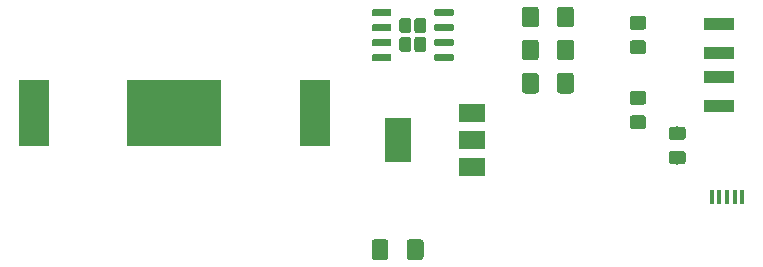
<source format=gbr>
G04 #@! TF.GenerationSoftware,KiCad,Pcbnew,(5.1.4)-1*
G04 #@! TF.CreationDate,2020-08-24T20:29:47-05:00*
G04 #@! TF.ProjectId,NiteLite,4e697465-4c69-4746-952e-6b696361645f,rev?*
G04 #@! TF.SameCoordinates,Original*
G04 #@! TF.FileFunction,Paste,Top*
G04 #@! TF.FilePolarity,Positive*
%FSLAX46Y46*%
G04 Gerber Fmt 4.6, Leading zero omitted, Abs format (unit mm)*
G04 Created by KiCad (PCBNEW (5.1.4)-1) date 2020-08-24 20:29:47*
%MOMM*%
%LPD*%
G04 APERTURE LIST*
%ADD10C,0.100000*%
%ADD11C,1.150000*%
%ADD12R,2.200000X3.800000*%
%ADD13R,2.200000X1.500000*%
%ADD14R,2.500000X1.100000*%
%ADD15C,0.600000*%
%ADD16C,1.010000*%
%ADD17C,1.425000*%
%ADD18R,0.450000X1.300000*%
%ADD19R,8.000000X5.560000*%
%ADD20R,2.600000X5.560000*%
G04 APERTURE END LIST*
D10*
G36*
X153674505Y-116976204D02*
G01*
X153698773Y-116979804D01*
X153722572Y-116985765D01*
X153745671Y-116994030D01*
X153767850Y-117004520D01*
X153788893Y-117017132D01*
X153808599Y-117031747D01*
X153826777Y-117048223D01*
X153843253Y-117066401D01*
X153857868Y-117086107D01*
X153870480Y-117107150D01*
X153880970Y-117129329D01*
X153889235Y-117152428D01*
X153895196Y-117176227D01*
X153898796Y-117200495D01*
X153900000Y-117224999D01*
X153900000Y-117875001D01*
X153898796Y-117899505D01*
X153895196Y-117923773D01*
X153889235Y-117947572D01*
X153880970Y-117970671D01*
X153870480Y-117992850D01*
X153857868Y-118013893D01*
X153843253Y-118033599D01*
X153826777Y-118051777D01*
X153808599Y-118068253D01*
X153788893Y-118082868D01*
X153767850Y-118095480D01*
X153745671Y-118105970D01*
X153722572Y-118114235D01*
X153698773Y-118120196D01*
X153674505Y-118123796D01*
X153650001Y-118125000D01*
X152749999Y-118125000D01*
X152725495Y-118123796D01*
X152701227Y-118120196D01*
X152677428Y-118114235D01*
X152654329Y-118105970D01*
X152632150Y-118095480D01*
X152611107Y-118082868D01*
X152591401Y-118068253D01*
X152573223Y-118051777D01*
X152556747Y-118033599D01*
X152542132Y-118013893D01*
X152529520Y-117992850D01*
X152519030Y-117970671D01*
X152510765Y-117947572D01*
X152504804Y-117923773D01*
X152501204Y-117899505D01*
X152500000Y-117875001D01*
X152500000Y-117224999D01*
X152501204Y-117200495D01*
X152504804Y-117176227D01*
X152510765Y-117152428D01*
X152519030Y-117129329D01*
X152529520Y-117107150D01*
X152542132Y-117086107D01*
X152556747Y-117066401D01*
X152573223Y-117048223D01*
X152591401Y-117031747D01*
X152611107Y-117017132D01*
X152632150Y-117004520D01*
X152654329Y-116994030D01*
X152677428Y-116985765D01*
X152701227Y-116979804D01*
X152725495Y-116976204D01*
X152749999Y-116975000D01*
X153650001Y-116975000D01*
X153674505Y-116976204D01*
X153674505Y-116976204D01*
G37*
D11*
X153200000Y-117550000D03*
D10*
G36*
X153674505Y-119026204D02*
G01*
X153698773Y-119029804D01*
X153722572Y-119035765D01*
X153745671Y-119044030D01*
X153767850Y-119054520D01*
X153788893Y-119067132D01*
X153808599Y-119081747D01*
X153826777Y-119098223D01*
X153843253Y-119116401D01*
X153857868Y-119136107D01*
X153870480Y-119157150D01*
X153880970Y-119179329D01*
X153889235Y-119202428D01*
X153895196Y-119226227D01*
X153898796Y-119250495D01*
X153900000Y-119274999D01*
X153900000Y-119925001D01*
X153898796Y-119949505D01*
X153895196Y-119973773D01*
X153889235Y-119997572D01*
X153880970Y-120020671D01*
X153870480Y-120042850D01*
X153857868Y-120063893D01*
X153843253Y-120083599D01*
X153826777Y-120101777D01*
X153808599Y-120118253D01*
X153788893Y-120132868D01*
X153767850Y-120145480D01*
X153745671Y-120155970D01*
X153722572Y-120164235D01*
X153698773Y-120170196D01*
X153674505Y-120173796D01*
X153650001Y-120175000D01*
X152749999Y-120175000D01*
X152725495Y-120173796D01*
X152701227Y-120170196D01*
X152677428Y-120164235D01*
X152654329Y-120155970D01*
X152632150Y-120145480D01*
X152611107Y-120132868D01*
X152591401Y-120118253D01*
X152573223Y-120101777D01*
X152556747Y-120083599D01*
X152542132Y-120063893D01*
X152529520Y-120042850D01*
X152519030Y-120020671D01*
X152510765Y-119997572D01*
X152504804Y-119973773D01*
X152501204Y-119949505D01*
X152500000Y-119925001D01*
X152500000Y-119274999D01*
X152501204Y-119250495D01*
X152504804Y-119226227D01*
X152510765Y-119202428D01*
X152519030Y-119179329D01*
X152529520Y-119157150D01*
X152542132Y-119136107D01*
X152556747Y-119116401D01*
X152573223Y-119098223D01*
X152591401Y-119081747D01*
X152611107Y-119067132D01*
X152632150Y-119054520D01*
X152654329Y-119044030D01*
X152677428Y-119035765D01*
X152701227Y-119029804D01*
X152725495Y-119026204D01*
X152749999Y-119025000D01*
X153650001Y-119025000D01*
X153674505Y-119026204D01*
X153674505Y-119026204D01*
G37*
D11*
X153200000Y-119600000D03*
D12*
X129540000Y-118110000D03*
D13*
X135840000Y-120410000D03*
X135840000Y-118110000D03*
X135840000Y-115810000D03*
D14*
X156720000Y-115260000D03*
X156720000Y-108260000D03*
X156720000Y-112760000D03*
X156720000Y-110760000D03*
D10*
G36*
X150334505Y-113971204D02*
G01*
X150358773Y-113974804D01*
X150382572Y-113980765D01*
X150405671Y-113989030D01*
X150427850Y-113999520D01*
X150448893Y-114012132D01*
X150468599Y-114026747D01*
X150486777Y-114043223D01*
X150503253Y-114061401D01*
X150517868Y-114081107D01*
X150530480Y-114102150D01*
X150540970Y-114124329D01*
X150549235Y-114147428D01*
X150555196Y-114171227D01*
X150558796Y-114195495D01*
X150560000Y-114219999D01*
X150560000Y-114870001D01*
X150558796Y-114894505D01*
X150555196Y-114918773D01*
X150549235Y-114942572D01*
X150540970Y-114965671D01*
X150530480Y-114987850D01*
X150517868Y-115008893D01*
X150503253Y-115028599D01*
X150486777Y-115046777D01*
X150468599Y-115063253D01*
X150448893Y-115077868D01*
X150427850Y-115090480D01*
X150405671Y-115100970D01*
X150382572Y-115109235D01*
X150358773Y-115115196D01*
X150334505Y-115118796D01*
X150310001Y-115120000D01*
X149409999Y-115120000D01*
X149385495Y-115118796D01*
X149361227Y-115115196D01*
X149337428Y-115109235D01*
X149314329Y-115100970D01*
X149292150Y-115090480D01*
X149271107Y-115077868D01*
X149251401Y-115063253D01*
X149233223Y-115046777D01*
X149216747Y-115028599D01*
X149202132Y-115008893D01*
X149189520Y-114987850D01*
X149179030Y-114965671D01*
X149170765Y-114942572D01*
X149164804Y-114918773D01*
X149161204Y-114894505D01*
X149160000Y-114870001D01*
X149160000Y-114219999D01*
X149161204Y-114195495D01*
X149164804Y-114171227D01*
X149170765Y-114147428D01*
X149179030Y-114124329D01*
X149189520Y-114102150D01*
X149202132Y-114081107D01*
X149216747Y-114061401D01*
X149233223Y-114043223D01*
X149251401Y-114026747D01*
X149271107Y-114012132D01*
X149292150Y-113999520D01*
X149314329Y-113989030D01*
X149337428Y-113980765D01*
X149361227Y-113974804D01*
X149385495Y-113971204D01*
X149409999Y-113970000D01*
X150310001Y-113970000D01*
X150334505Y-113971204D01*
X150334505Y-113971204D01*
G37*
D11*
X149860000Y-114545000D03*
D10*
G36*
X150334505Y-116021204D02*
G01*
X150358773Y-116024804D01*
X150382572Y-116030765D01*
X150405671Y-116039030D01*
X150427850Y-116049520D01*
X150448893Y-116062132D01*
X150468599Y-116076747D01*
X150486777Y-116093223D01*
X150503253Y-116111401D01*
X150517868Y-116131107D01*
X150530480Y-116152150D01*
X150540970Y-116174329D01*
X150549235Y-116197428D01*
X150555196Y-116221227D01*
X150558796Y-116245495D01*
X150560000Y-116269999D01*
X150560000Y-116920001D01*
X150558796Y-116944505D01*
X150555196Y-116968773D01*
X150549235Y-116992572D01*
X150540970Y-117015671D01*
X150530480Y-117037850D01*
X150517868Y-117058893D01*
X150503253Y-117078599D01*
X150486777Y-117096777D01*
X150468599Y-117113253D01*
X150448893Y-117127868D01*
X150427850Y-117140480D01*
X150405671Y-117150970D01*
X150382572Y-117159235D01*
X150358773Y-117165196D01*
X150334505Y-117168796D01*
X150310001Y-117170000D01*
X149409999Y-117170000D01*
X149385495Y-117168796D01*
X149361227Y-117165196D01*
X149337428Y-117159235D01*
X149314329Y-117150970D01*
X149292150Y-117140480D01*
X149271107Y-117127868D01*
X149251401Y-117113253D01*
X149233223Y-117096777D01*
X149216747Y-117078599D01*
X149202132Y-117058893D01*
X149189520Y-117037850D01*
X149179030Y-117015671D01*
X149170765Y-116992572D01*
X149164804Y-116968773D01*
X149161204Y-116944505D01*
X149160000Y-116920001D01*
X149160000Y-116269999D01*
X149161204Y-116245495D01*
X149164804Y-116221227D01*
X149170765Y-116197428D01*
X149179030Y-116174329D01*
X149189520Y-116152150D01*
X149202132Y-116131107D01*
X149216747Y-116111401D01*
X149233223Y-116093223D01*
X149251401Y-116076747D01*
X149271107Y-116062132D01*
X149292150Y-116049520D01*
X149314329Y-116039030D01*
X149337428Y-116030765D01*
X149361227Y-116024804D01*
X149385495Y-116021204D01*
X149409999Y-116020000D01*
X150310001Y-116020000D01*
X150334505Y-116021204D01*
X150334505Y-116021204D01*
G37*
D11*
X149860000Y-116595000D03*
D10*
G36*
X134124703Y-107015722D02*
G01*
X134139264Y-107017882D01*
X134153543Y-107021459D01*
X134167403Y-107026418D01*
X134180710Y-107032712D01*
X134193336Y-107040280D01*
X134205159Y-107049048D01*
X134216066Y-107058934D01*
X134225952Y-107069841D01*
X134234720Y-107081664D01*
X134242288Y-107094290D01*
X134248582Y-107107597D01*
X134253541Y-107121457D01*
X134257118Y-107135736D01*
X134259278Y-107150297D01*
X134260000Y-107165000D01*
X134260000Y-107465000D01*
X134259278Y-107479703D01*
X134257118Y-107494264D01*
X134253541Y-107508543D01*
X134248582Y-107522403D01*
X134242288Y-107535710D01*
X134234720Y-107548336D01*
X134225952Y-107560159D01*
X134216066Y-107571066D01*
X134205159Y-107580952D01*
X134193336Y-107589720D01*
X134180710Y-107597288D01*
X134167403Y-107603582D01*
X134153543Y-107608541D01*
X134139264Y-107612118D01*
X134124703Y-107614278D01*
X134110000Y-107615000D01*
X132785000Y-107615000D01*
X132770297Y-107614278D01*
X132755736Y-107612118D01*
X132741457Y-107608541D01*
X132727597Y-107603582D01*
X132714290Y-107597288D01*
X132701664Y-107589720D01*
X132689841Y-107580952D01*
X132678934Y-107571066D01*
X132669048Y-107560159D01*
X132660280Y-107548336D01*
X132652712Y-107535710D01*
X132646418Y-107522403D01*
X132641459Y-107508543D01*
X132637882Y-107494264D01*
X132635722Y-107479703D01*
X132635000Y-107465000D01*
X132635000Y-107165000D01*
X132635722Y-107150297D01*
X132637882Y-107135736D01*
X132641459Y-107121457D01*
X132646418Y-107107597D01*
X132652712Y-107094290D01*
X132660280Y-107081664D01*
X132669048Y-107069841D01*
X132678934Y-107058934D01*
X132689841Y-107049048D01*
X132701664Y-107040280D01*
X132714290Y-107032712D01*
X132727597Y-107026418D01*
X132741457Y-107021459D01*
X132755736Y-107017882D01*
X132770297Y-107015722D01*
X132785000Y-107015000D01*
X134110000Y-107015000D01*
X134124703Y-107015722D01*
X134124703Y-107015722D01*
G37*
D15*
X133447500Y-107315000D03*
D10*
G36*
X134124703Y-108285722D02*
G01*
X134139264Y-108287882D01*
X134153543Y-108291459D01*
X134167403Y-108296418D01*
X134180710Y-108302712D01*
X134193336Y-108310280D01*
X134205159Y-108319048D01*
X134216066Y-108328934D01*
X134225952Y-108339841D01*
X134234720Y-108351664D01*
X134242288Y-108364290D01*
X134248582Y-108377597D01*
X134253541Y-108391457D01*
X134257118Y-108405736D01*
X134259278Y-108420297D01*
X134260000Y-108435000D01*
X134260000Y-108735000D01*
X134259278Y-108749703D01*
X134257118Y-108764264D01*
X134253541Y-108778543D01*
X134248582Y-108792403D01*
X134242288Y-108805710D01*
X134234720Y-108818336D01*
X134225952Y-108830159D01*
X134216066Y-108841066D01*
X134205159Y-108850952D01*
X134193336Y-108859720D01*
X134180710Y-108867288D01*
X134167403Y-108873582D01*
X134153543Y-108878541D01*
X134139264Y-108882118D01*
X134124703Y-108884278D01*
X134110000Y-108885000D01*
X132785000Y-108885000D01*
X132770297Y-108884278D01*
X132755736Y-108882118D01*
X132741457Y-108878541D01*
X132727597Y-108873582D01*
X132714290Y-108867288D01*
X132701664Y-108859720D01*
X132689841Y-108850952D01*
X132678934Y-108841066D01*
X132669048Y-108830159D01*
X132660280Y-108818336D01*
X132652712Y-108805710D01*
X132646418Y-108792403D01*
X132641459Y-108778543D01*
X132637882Y-108764264D01*
X132635722Y-108749703D01*
X132635000Y-108735000D01*
X132635000Y-108435000D01*
X132635722Y-108420297D01*
X132637882Y-108405736D01*
X132641459Y-108391457D01*
X132646418Y-108377597D01*
X132652712Y-108364290D01*
X132660280Y-108351664D01*
X132669048Y-108339841D01*
X132678934Y-108328934D01*
X132689841Y-108319048D01*
X132701664Y-108310280D01*
X132714290Y-108302712D01*
X132727597Y-108296418D01*
X132741457Y-108291459D01*
X132755736Y-108287882D01*
X132770297Y-108285722D01*
X132785000Y-108285000D01*
X134110000Y-108285000D01*
X134124703Y-108285722D01*
X134124703Y-108285722D01*
G37*
D15*
X133447500Y-108585000D03*
D10*
G36*
X134124703Y-109555722D02*
G01*
X134139264Y-109557882D01*
X134153543Y-109561459D01*
X134167403Y-109566418D01*
X134180710Y-109572712D01*
X134193336Y-109580280D01*
X134205159Y-109589048D01*
X134216066Y-109598934D01*
X134225952Y-109609841D01*
X134234720Y-109621664D01*
X134242288Y-109634290D01*
X134248582Y-109647597D01*
X134253541Y-109661457D01*
X134257118Y-109675736D01*
X134259278Y-109690297D01*
X134260000Y-109705000D01*
X134260000Y-110005000D01*
X134259278Y-110019703D01*
X134257118Y-110034264D01*
X134253541Y-110048543D01*
X134248582Y-110062403D01*
X134242288Y-110075710D01*
X134234720Y-110088336D01*
X134225952Y-110100159D01*
X134216066Y-110111066D01*
X134205159Y-110120952D01*
X134193336Y-110129720D01*
X134180710Y-110137288D01*
X134167403Y-110143582D01*
X134153543Y-110148541D01*
X134139264Y-110152118D01*
X134124703Y-110154278D01*
X134110000Y-110155000D01*
X132785000Y-110155000D01*
X132770297Y-110154278D01*
X132755736Y-110152118D01*
X132741457Y-110148541D01*
X132727597Y-110143582D01*
X132714290Y-110137288D01*
X132701664Y-110129720D01*
X132689841Y-110120952D01*
X132678934Y-110111066D01*
X132669048Y-110100159D01*
X132660280Y-110088336D01*
X132652712Y-110075710D01*
X132646418Y-110062403D01*
X132641459Y-110048543D01*
X132637882Y-110034264D01*
X132635722Y-110019703D01*
X132635000Y-110005000D01*
X132635000Y-109705000D01*
X132635722Y-109690297D01*
X132637882Y-109675736D01*
X132641459Y-109661457D01*
X132646418Y-109647597D01*
X132652712Y-109634290D01*
X132660280Y-109621664D01*
X132669048Y-109609841D01*
X132678934Y-109598934D01*
X132689841Y-109589048D01*
X132701664Y-109580280D01*
X132714290Y-109572712D01*
X132727597Y-109566418D01*
X132741457Y-109561459D01*
X132755736Y-109557882D01*
X132770297Y-109555722D01*
X132785000Y-109555000D01*
X134110000Y-109555000D01*
X134124703Y-109555722D01*
X134124703Y-109555722D01*
G37*
D15*
X133447500Y-109855000D03*
D10*
G36*
X134124703Y-110825722D02*
G01*
X134139264Y-110827882D01*
X134153543Y-110831459D01*
X134167403Y-110836418D01*
X134180710Y-110842712D01*
X134193336Y-110850280D01*
X134205159Y-110859048D01*
X134216066Y-110868934D01*
X134225952Y-110879841D01*
X134234720Y-110891664D01*
X134242288Y-110904290D01*
X134248582Y-110917597D01*
X134253541Y-110931457D01*
X134257118Y-110945736D01*
X134259278Y-110960297D01*
X134260000Y-110975000D01*
X134260000Y-111275000D01*
X134259278Y-111289703D01*
X134257118Y-111304264D01*
X134253541Y-111318543D01*
X134248582Y-111332403D01*
X134242288Y-111345710D01*
X134234720Y-111358336D01*
X134225952Y-111370159D01*
X134216066Y-111381066D01*
X134205159Y-111390952D01*
X134193336Y-111399720D01*
X134180710Y-111407288D01*
X134167403Y-111413582D01*
X134153543Y-111418541D01*
X134139264Y-111422118D01*
X134124703Y-111424278D01*
X134110000Y-111425000D01*
X132785000Y-111425000D01*
X132770297Y-111424278D01*
X132755736Y-111422118D01*
X132741457Y-111418541D01*
X132727597Y-111413582D01*
X132714290Y-111407288D01*
X132701664Y-111399720D01*
X132689841Y-111390952D01*
X132678934Y-111381066D01*
X132669048Y-111370159D01*
X132660280Y-111358336D01*
X132652712Y-111345710D01*
X132646418Y-111332403D01*
X132641459Y-111318543D01*
X132637882Y-111304264D01*
X132635722Y-111289703D01*
X132635000Y-111275000D01*
X132635000Y-110975000D01*
X132635722Y-110960297D01*
X132637882Y-110945736D01*
X132641459Y-110931457D01*
X132646418Y-110917597D01*
X132652712Y-110904290D01*
X132660280Y-110891664D01*
X132669048Y-110879841D01*
X132678934Y-110868934D01*
X132689841Y-110859048D01*
X132701664Y-110850280D01*
X132714290Y-110842712D01*
X132727597Y-110836418D01*
X132741457Y-110831459D01*
X132755736Y-110827882D01*
X132770297Y-110825722D01*
X132785000Y-110825000D01*
X134110000Y-110825000D01*
X134124703Y-110825722D01*
X134124703Y-110825722D01*
G37*
D15*
X133447500Y-111125000D03*
D10*
G36*
X128849703Y-110825722D02*
G01*
X128864264Y-110827882D01*
X128878543Y-110831459D01*
X128892403Y-110836418D01*
X128905710Y-110842712D01*
X128918336Y-110850280D01*
X128930159Y-110859048D01*
X128941066Y-110868934D01*
X128950952Y-110879841D01*
X128959720Y-110891664D01*
X128967288Y-110904290D01*
X128973582Y-110917597D01*
X128978541Y-110931457D01*
X128982118Y-110945736D01*
X128984278Y-110960297D01*
X128985000Y-110975000D01*
X128985000Y-111275000D01*
X128984278Y-111289703D01*
X128982118Y-111304264D01*
X128978541Y-111318543D01*
X128973582Y-111332403D01*
X128967288Y-111345710D01*
X128959720Y-111358336D01*
X128950952Y-111370159D01*
X128941066Y-111381066D01*
X128930159Y-111390952D01*
X128918336Y-111399720D01*
X128905710Y-111407288D01*
X128892403Y-111413582D01*
X128878543Y-111418541D01*
X128864264Y-111422118D01*
X128849703Y-111424278D01*
X128835000Y-111425000D01*
X127510000Y-111425000D01*
X127495297Y-111424278D01*
X127480736Y-111422118D01*
X127466457Y-111418541D01*
X127452597Y-111413582D01*
X127439290Y-111407288D01*
X127426664Y-111399720D01*
X127414841Y-111390952D01*
X127403934Y-111381066D01*
X127394048Y-111370159D01*
X127385280Y-111358336D01*
X127377712Y-111345710D01*
X127371418Y-111332403D01*
X127366459Y-111318543D01*
X127362882Y-111304264D01*
X127360722Y-111289703D01*
X127360000Y-111275000D01*
X127360000Y-110975000D01*
X127360722Y-110960297D01*
X127362882Y-110945736D01*
X127366459Y-110931457D01*
X127371418Y-110917597D01*
X127377712Y-110904290D01*
X127385280Y-110891664D01*
X127394048Y-110879841D01*
X127403934Y-110868934D01*
X127414841Y-110859048D01*
X127426664Y-110850280D01*
X127439290Y-110842712D01*
X127452597Y-110836418D01*
X127466457Y-110831459D01*
X127480736Y-110827882D01*
X127495297Y-110825722D01*
X127510000Y-110825000D01*
X128835000Y-110825000D01*
X128849703Y-110825722D01*
X128849703Y-110825722D01*
G37*
D15*
X128172500Y-111125000D03*
D10*
G36*
X128849703Y-109555722D02*
G01*
X128864264Y-109557882D01*
X128878543Y-109561459D01*
X128892403Y-109566418D01*
X128905710Y-109572712D01*
X128918336Y-109580280D01*
X128930159Y-109589048D01*
X128941066Y-109598934D01*
X128950952Y-109609841D01*
X128959720Y-109621664D01*
X128967288Y-109634290D01*
X128973582Y-109647597D01*
X128978541Y-109661457D01*
X128982118Y-109675736D01*
X128984278Y-109690297D01*
X128985000Y-109705000D01*
X128985000Y-110005000D01*
X128984278Y-110019703D01*
X128982118Y-110034264D01*
X128978541Y-110048543D01*
X128973582Y-110062403D01*
X128967288Y-110075710D01*
X128959720Y-110088336D01*
X128950952Y-110100159D01*
X128941066Y-110111066D01*
X128930159Y-110120952D01*
X128918336Y-110129720D01*
X128905710Y-110137288D01*
X128892403Y-110143582D01*
X128878543Y-110148541D01*
X128864264Y-110152118D01*
X128849703Y-110154278D01*
X128835000Y-110155000D01*
X127510000Y-110155000D01*
X127495297Y-110154278D01*
X127480736Y-110152118D01*
X127466457Y-110148541D01*
X127452597Y-110143582D01*
X127439290Y-110137288D01*
X127426664Y-110129720D01*
X127414841Y-110120952D01*
X127403934Y-110111066D01*
X127394048Y-110100159D01*
X127385280Y-110088336D01*
X127377712Y-110075710D01*
X127371418Y-110062403D01*
X127366459Y-110048543D01*
X127362882Y-110034264D01*
X127360722Y-110019703D01*
X127360000Y-110005000D01*
X127360000Y-109705000D01*
X127360722Y-109690297D01*
X127362882Y-109675736D01*
X127366459Y-109661457D01*
X127371418Y-109647597D01*
X127377712Y-109634290D01*
X127385280Y-109621664D01*
X127394048Y-109609841D01*
X127403934Y-109598934D01*
X127414841Y-109589048D01*
X127426664Y-109580280D01*
X127439290Y-109572712D01*
X127452597Y-109566418D01*
X127466457Y-109561459D01*
X127480736Y-109557882D01*
X127495297Y-109555722D01*
X127510000Y-109555000D01*
X128835000Y-109555000D01*
X128849703Y-109555722D01*
X128849703Y-109555722D01*
G37*
D15*
X128172500Y-109855000D03*
D10*
G36*
X128849703Y-108285722D02*
G01*
X128864264Y-108287882D01*
X128878543Y-108291459D01*
X128892403Y-108296418D01*
X128905710Y-108302712D01*
X128918336Y-108310280D01*
X128930159Y-108319048D01*
X128941066Y-108328934D01*
X128950952Y-108339841D01*
X128959720Y-108351664D01*
X128967288Y-108364290D01*
X128973582Y-108377597D01*
X128978541Y-108391457D01*
X128982118Y-108405736D01*
X128984278Y-108420297D01*
X128985000Y-108435000D01*
X128985000Y-108735000D01*
X128984278Y-108749703D01*
X128982118Y-108764264D01*
X128978541Y-108778543D01*
X128973582Y-108792403D01*
X128967288Y-108805710D01*
X128959720Y-108818336D01*
X128950952Y-108830159D01*
X128941066Y-108841066D01*
X128930159Y-108850952D01*
X128918336Y-108859720D01*
X128905710Y-108867288D01*
X128892403Y-108873582D01*
X128878543Y-108878541D01*
X128864264Y-108882118D01*
X128849703Y-108884278D01*
X128835000Y-108885000D01*
X127510000Y-108885000D01*
X127495297Y-108884278D01*
X127480736Y-108882118D01*
X127466457Y-108878541D01*
X127452597Y-108873582D01*
X127439290Y-108867288D01*
X127426664Y-108859720D01*
X127414841Y-108850952D01*
X127403934Y-108841066D01*
X127394048Y-108830159D01*
X127385280Y-108818336D01*
X127377712Y-108805710D01*
X127371418Y-108792403D01*
X127366459Y-108778543D01*
X127362882Y-108764264D01*
X127360722Y-108749703D01*
X127360000Y-108735000D01*
X127360000Y-108435000D01*
X127360722Y-108420297D01*
X127362882Y-108405736D01*
X127366459Y-108391457D01*
X127371418Y-108377597D01*
X127377712Y-108364290D01*
X127385280Y-108351664D01*
X127394048Y-108339841D01*
X127403934Y-108328934D01*
X127414841Y-108319048D01*
X127426664Y-108310280D01*
X127439290Y-108302712D01*
X127452597Y-108296418D01*
X127466457Y-108291459D01*
X127480736Y-108287882D01*
X127495297Y-108285722D01*
X127510000Y-108285000D01*
X128835000Y-108285000D01*
X128849703Y-108285722D01*
X128849703Y-108285722D01*
G37*
D15*
X128172500Y-108585000D03*
D10*
G36*
X128849703Y-107015722D02*
G01*
X128864264Y-107017882D01*
X128878543Y-107021459D01*
X128892403Y-107026418D01*
X128905710Y-107032712D01*
X128918336Y-107040280D01*
X128930159Y-107049048D01*
X128941066Y-107058934D01*
X128950952Y-107069841D01*
X128959720Y-107081664D01*
X128967288Y-107094290D01*
X128973582Y-107107597D01*
X128978541Y-107121457D01*
X128982118Y-107135736D01*
X128984278Y-107150297D01*
X128985000Y-107165000D01*
X128985000Y-107465000D01*
X128984278Y-107479703D01*
X128982118Y-107494264D01*
X128978541Y-107508543D01*
X128973582Y-107522403D01*
X128967288Y-107535710D01*
X128959720Y-107548336D01*
X128950952Y-107560159D01*
X128941066Y-107571066D01*
X128930159Y-107580952D01*
X128918336Y-107589720D01*
X128905710Y-107597288D01*
X128892403Y-107603582D01*
X128878543Y-107608541D01*
X128864264Y-107612118D01*
X128849703Y-107614278D01*
X128835000Y-107615000D01*
X127510000Y-107615000D01*
X127495297Y-107614278D01*
X127480736Y-107612118D01*
X127466457Y-107608541D01*
X127452597Y-107603582D01*
X127439290Y-107597288D01*
X127426664Y-107589720D01*
X127414841Y-107580952D01*
X127403934Y-107571066D01*
X127394048Y-107560159D01*
X127385280Y-107548336D01*
X127377712Y-107535710D01*
X127371418Y-107522403D01*
X127366459Y-107508543D01*
X127362882Y-107494264D01*
X127360722Y-107479703D01*
X127360000Y-107465000D01*
X127360000Y-107165000D01*
X127360722Y-107150297D01*
X127362882Y-107135736D01*
X127366459Y-107121457D01*
X127371418Y-107107597D01*
X127377712Y-107094290D01*
X127385280Y-107081664D01*
X127394048Y-107069841D01*
X127403934Y-107058934D01*
X127414841Y-107049048D01*
X127426664Y-107040280D01*
X127439290Y-107032712D01*
X127452597Y-107026418D01*
X127466457Y-107021459D01*
X127480736Y-107017882D01*
X127495297Y-107015722D01*
X127510000Y-107015000D01*
X128835000Y-107015000D01*
X128849703Y-107015722D01*
X128849703Y-107015722D01*
G37*
D15*
X128172500Y-107315000D03*
D10*
G36*
X131719504Y-109376204D02*
G01*
X131743773Y-109379804D01*
X131767571Y-109385765D01*
X131790671Y-109394030D01*
X131812849Y-109404520D01*
X131833893Y-109417133D01*
X131853598Y-109431747D01*
X131871777Y-109448223D01*
X131888253Y-109466402D01*
X131902867Y-109486107D01*
X131915480Y-109507151D01*
X131925970Y-109529329D01*
X131934235Y-109552429D01*
X131940196Y-109576227D01*
X131943796Y-109600496D01*
X131945000Y-109625000D01*
X131945000Y-110415000D01*
X131943796Y-110439504D01*
X131940196Y-110463773D01*
X131934235Y-110487571D01*
X131925970Y-110510671D01*
X131915480Y-110532849D01*
X131902867Y-110553893D01*
X131888253Y-110573598D01*
X131871777Y-110591777D01*
X131853598Y-110608253D01*
X131833893Y-110622867D01*
X131812849Y-110635480D01*
X131790671Y-110645970D01*
X131767571Y-110654235D01*
X131743773Y-110660196D01*
X131719504Y-110663796D01*
X131695000Y-110665000D01*
X131185000Y-110665000D01*
X131160496Y-110663796D01*
X131136227Y-110660196D01*
X131112429Y-110654235D01*
X131089329Y-110645970D01*
X131067151Y-110635480D01*
X131046107Y-110622867D01*
X131026402Y-110608253D01*
X131008223Y-110591777D01*
X130991747Y-110573598D01*
X130977133Y-110553893D01*
X130964520Y-110532849D01*
X130954030Y-110510671D01*
X130945765Y-110487571D01*
X130939804Y-110463773D01*
X130936204Y-110439504D01*
X130935000Y-110415000D01*
X130935000Y-109625000D01*
X130936204Y-109600496D01*
X130939804Y-109576227D01*
X130945765Y-109552429D01*
X130954030Y-109529329D01*
X130964520Y-109507151D01*
X130977133Y-109486107D01*
X130991747Y-109466402D01*
X131008223Y-109448223D01*
X131026402Y-109431747D01*
X131046107Y-109417133D01*
X131067151Y-109404520D01*
X131089329Y-109394030D01*
X131112429Y-109385765D01*
X131136227Y-109379804D01*
X131160496Y-109376204D01*
X131185000Y-109375000D01*
X131695000Y-109375000D01*
X131719504Y-109376204D01*
X131719504Y-109376204D01*
G37*
D16*
X131440000Y-110020000D03*
D10*
G36*
X131719504Y-107776204D02*
G01*
X131743773Y-107779804D01*
X131767571Y-107785765D01*
X131790671Y-107794030D01*
X131812849Y-107804520D01*
X131833893Y-107817133D01*
X131853598Y-107831747D01*
X131871777Y-107848223D01*
X131888253Y-107866402D01*
X131902867Y-107886107D01*
X131915480Y-107907151D01*
X131925970Y-107929329D01*
X131934235Y-107952429D01*
X131940196Y-107976227D01*
X131943796Y-108000496D01*
X131945000Y-108025000D01*
X131945000Y-108815000D01*
X131943796Y-108839504D01*
X131940196Y-108863773D01*
X131934235Y-108887571D01*
X131925970Y-108910671D01*
X131915480Y-108932849D01*
X131902867Y-108953893D01*
X131888253Y-108973598D01*
X131871777Y-108991777D01*
X131853598Y-109008253D01*
X131833893Y-109022867D01*
X131812849Y-109035480D01*
X131790671Y-109045970D01*
X131767571Y-109054235D01*
X131743773Y-109060196D01*
X131719504Y-109063796D01*
X131695000Y-109065000D01*
X131185000Y-109065000D01*
X131160496Y-109063796D01*
X131136227Y-109060196D01*
X131112429Y-109054235D01*
X131089329Y-109045970D01*
X131067151Y-109035480D01*
X131046107Y-109022867D01*
X131026402Y-109008253D01*
X131008223Y-108991777D01*
X130991747Y-108973598D01*
X130977133Y-108953893D01*
X130964520Y-108932849D01*
X130954030Y-108910671D01*
X130945765Y-108887571D01*
X130939804Y-108863773D01*
X130936204Y-108839504D01*
X130935000Y-108815000D01*
X130935000Y-108025000D01*
X130936204Y-108000496D01*
X130939804Y-107976227D01*
X130945765Y-107952429D01*
X130954030Y-107929329D01*
X130964520Y-107907151D01*
X130977133Y-107886107D01*
X130991747Y-107866402D01*
X131008223Y-107848223D01*
X131026402Y-107831747D01*
X131046107Y-107817133D01*
X131067151Y-107804520D01*
X131089329Y-107794030D01*
X131112429Y-107785765D01*
X131136227Y-107779804D01*
X131160496Y-107776204D01*
X131185000Y-107775000D01*
X131695000Y-107775000D01*
X131719504Y-107776204D01*
X131719504Y-107776204D01*
G37*
D16*
X131440000Y-108420000D03*
D10*
G36*
X130459504Y-109376204D02*
G01*
X130483773Y-109379804D01*
X130507571Y-109385765D01*
X130530671Y-109394030D01*
X130552849Y-109404520D01*
X130573893Y-109417133D01*
X130593598Y-109431747D01*
X130611777Y-109448223D01*
X130628253Y-109466402D01*
X130642867Y-109486107D01*
X130655480Y-109507151D01*
X130665970Y-109529329D01*
X130674235Y-109552429D01*
X130680196Y-109576227D01*
X130683796Y-109600496D01*
X130685000Y-109625000D01*
X130685000Y-110415000D01*
X130683796Y-110439504D01*
X130680196Y-110463773D01*
X130674235Y-110487571D01*
X130665970Y-110510671D01*
X130655480Y-110532849D01*
X130642867Y-110553893D01*
X130628253Y-110573598D01*
X130611777Y-110591777D01*
X130593598Y-110608253D01*
X130573893Y-110622867D01*
X130552849Y-110635480D01*
X130530671Y-110645970D01*
X130507571Y-110654235D01*
X130483773Y-110660196D01*
X130459504Y-110663796D01*
X130435000Y-110665000D01*
X129925000Y-110665000D01*
X129900496Y-110663796D01*
X129876227Y-110660196D01*
X129852429Y-110654235D01*
X129829329Y-110645970D01*
X129807151Y-110635480D01*
X129786107Y-110622867D01*
X129766402Y-110608253D01*
X129748223Y-110591777D01*
X129731747Y-110573598D01*
X129717133Y-110553893D01*
X129704520Y-110532849D01*
X129694030Y-110510671D01*
X129685765Y-110487571D01*
X129679804Y-110463773D01*
X129676204Y-110439504D01*
X129675000Y-110415000D01*
X129675000Y-109625000D01*
X129676204Y-109600496D01*
X129679804Y-109576227D01*
X129685765Y-109552429D01*
X129694030Y-109529329D01*
X129704520Y-109507151D01*
X129717133Y-109486107D01*
X129731747Y-109466402D01*
X129748223Y-109448223D01*
X129766402Y-109431747D01*
X129786107Y-109417133D01*
X129807151Y-109404520D01*
X129829329Y-109394030D01*
X129852429Y-109385765D01*
X129876227Y-109379804D01*
X129900496Y-109376204D01*
X129925000Y-109375000D01*
X130435000Y-109375000D01*
X130459504Y-109376204D01*
X130459504Y-109376204D01*
G37*
D16*
X130180000Y-110020000D03*
D10*
G36*
X130459504Y-107776204D02*
G01*
X130483773Y-107779804D01*
X130507571Y-107785765D01*
X130530671Y-107794030D01*
X130552849Y-107804520D01*
X130573893Y-107817133D01*
X130593598Y-107831747D01*
X130611777Y-107848223D01*
X130628253Y-107866402D01*
X130642867Y-107886107D01*
X130655480Y-107907151D01*
X130665970Y-107929329D01*
X130674235Y-107952429D01*
X130680196Y-107976227D01*
X130683796Y-108000496D01*
X130685000Y-108025000D01*
X130685000Y-108815000D01*
X130683796Y-108839504D01*
X130680196Y-108863773D01*
X130674235Y-108887571D01*
X130665970Y-108910671D01*
X130655480Y-108932849D01*
X130642867Y-108953893D01*
X130628253Y-108973598D01*
X130611777Y-108991777D01*
X130593598Y-109008253D01*
X130573893Y-109022867D01*
X130552849Y-109035480D01*
X130530671Y-109045970D01*
X130507571Y-109054235D01*
X130483773Y-109060196D01*
X130459504Y-109063796D01*
X130435000Y-109065000D01*
X129925000Y-109065000D01*
X129900496Y-109063796D01*
X129876227Y-109060196D01*
X129852429Y-109054235D01*
X129829329Y-109045970D01*
X129807151Y-109035480D01*
X129786107Y-109022867D01*
X129766402Y-109008253D01*
X129748223Y-108991777D01*
X129731747Y-108973598D01*
X129717133Y-108953893D01*
X129704520Y-108932849D01*
X129694030Y-108910671D01*
X129685765Y-108887571D01*
X129679804Y-108863773D01*
X129676204Y-108839504D01*
X129675000Y-108815000D01*
X129675000Y-108025000D01*
X129676204Y-108000496D01*
X129679804Y-107976227D01*
X129685765Y-107952429D01*
X129694030Y-107929329D01*
X129704520Y-107907151D01*
X129717133Y-107886107D01*
X129731747Y-107866402D01*
X129748223Y-107848223D01*
X129766402Y-107831747D01*
X129786107Y-107817133D01*
X129807151Y-107804520D01*
X129829329Y-107794030D01*
X129852429Y-107785765D01*
X129876227Y-107779804D01*
X129900496Y-107776204D01*
X129925000Y-107775000D01*
X130435000Y-107775000D01*
X130459504Y-107776204D01*
X130459504Y-107776204D01*
G37*
D16*
X130180000Y-108420000D03*
D10*
G36*
X144214504Y-112426204D02*
G01*
X144238773Y-112429804D01*
X144262571Y-112435765D01*
X144285671Y-112444030D01*
X144307849Y-112454520D01*
X144328893Y-112467133D01*
X144348598Y-112481747D01*
X144366777Y-112498223D01*
X144383253Y-112516402D01*
X144397867Y-112536107D01*
X144410480Y-112557151D01*
X144420970Y-112579329D01*
X144429235Y-112602429D01*
X144435196Y-112626227D01*
X144438796Y-112650496D01*
X144440000Y-112675000D01*
X144440000Y-113925000D01*
X144438796Y-113949504D01*
X144435196Y-113973773D01*
X144429235Y-113997571D01*
X144420970Y-114020671D01*
X144410480Y-114042849D01*
X144397867Y-114063893D01*
X144383253Y-114083598D01*
X144366777Y-114101777D01*
X144348598Y-114118253D01*
X144328893Y-114132867D01*
X144307849Y-114145480D01*
X144285671Y-114155970D01*
X144262571Y-114164235D01*
X144238773Y-114170196D01*
X144214504Y-114173796D01*
X144190000Y-114175000D01*
X143265000Y-114175000D01*
X143240496Y-114173796D01*
X143216227Y-114170196D01*
X143192429Y-114164235D01*
X143169329Y-114155970D01*
X143147151Y-114145480D01*
X143126107Y-114132867D01*
X143106402Y-114118253D01*
X143088223Y-114101777D01*
X143071747Y-114083598D01*
X143057133Y-114063893D01*
X143044520Y-114042849D01*
X143034030Y-114020671D01*
X143025765Y-113997571D01*
X143019804Y-113973773D01*
X143016204Y-113949504D01*
X143015000Y-113925000D01*
X143015000Y-112675000D01*
X143016204Y-112650496D01*
X143019804Y-112626227D01*
X143025765Y-112602429D01*
X143034030Y-112579329D01*
X143044520Y-112557151D01*
X143057133Y-112536107D01*
X143071747Y-112516402D01*
X143088223Y-112498223D01*
X143106402Y-112481747D01*
X143126107Y-112467133D01*
X143147151Y-112454520D01*
X143169329Y-112444030D01*
X143192429Y-112435765D01*
X143216227Y-112429804D01*
X143240496Y-112426204D01*
X143265000Y-112425000D01*
X144190000Y-112425000D01*
X144214504Y-112426204D01*
X144214504Y-112426204D01*
G37*
D17*
X143727500Y-113300000D03*
D10*
G36*
X141239504Y-112426204D02*
G01*
X141263773Y-112429804D01*
X141287571Y-112435765D01*
X141310671Y-112444030D01*
X141332849Y-112454520D01*
X141353893Y-112467133D01*
X141373598Y-112481747D01*
X141391777Y-112498223D01*
X141408253Y-112516402D01*
X141422867Y-112536107D01*
X141435480Y-112557151D01*
X141445970Y-112579329D01*
X141454235Y-112602429D01*
X141460196Y-112626227D01*
X141463796Y-112650496D01*
X141465000Y-112675000D01*
X141465000Y-113925000D01*
X141463796Y-113949504D01*
X141460196Y-113973773D01*
X141454235Y-113997571D01*
X141445970Y-114020671D01*
X141435480Y-114042849D01*
X141422867Y-114063893D01*
X141408253Y-114083598D01*
X141391777Y-114101777D01*
X141373598Y-114118253D01*
X141353893Y-114132867D01*
X141332849Y-114145480D01*
X141310671Y-114155970D01*
X141287571Y-114164235D01*
X141263773Y-114170196D01*
X141239504Y-114173796D01*
X141215000Y-114175000D01*
X140290000Y-114175000D01*
X140265496Y-114173796D01*
X140241227Y-114170196D01*
X140217429Y-114164235D01*
X140194329Y-114155970D01*
X140172151Y-114145480D01*
X140151107Y-114132867D01*
X140131402Y-114118253D01*
X140113223Y-114101777D01*
X140096747Y-114083598D01*
X140082133Y-114063893D01*
X140069520Y-114042849D01*
X140059030Y-114020671D01*
X140050765Y-113997571D01*
X140044804Y-113973773D01*
X140041204Y-113949504D01*
X140040000Y-113925000D01*
X140040000Y-112675000D01*
X140041204Y-112650496D01*
X140044804Y-112626227D01*
X140050765Y-112602429D01*
X140059030Y-112579329D01*
X140069520Y-112557151D01*
X140082133Y-112536107D01*
X140096747Y-112516402D01*
X140113223Y-112498223D01*
X140131402Y-112481747D01*
X140151107Y-112467133D01*
X140172151Y-112454520D01*
X140194329Y-112444030D01*
X140217429Y-112435765D01*
X140241227Y-112429804D01*
X140265496Y-112426204D01*
X140290000Y-112425000D01*
X141215000Y-112425000D01*
X141239504Y-112426204D01*
X141239504Y-112426204D01*
G37*
D17*
X140752500Y-113300000D03*
D10*
G36*
X144214504Y-109616204D02*
G01*
X144238773Y-109619804D01*
X144262571Y-109625765D01*
X144285671Y-109634030D01*
X144307849Y-109644520D01*
X144328893Y-109657133D01*
X144348598Y-109671747D01*
X144366777Y-109688223D01*
X144383253Y-109706402D01*
X144397867Y-109726107D01*
X144410480Y-109747151D01*
X144420970Y-109769329D01*
X144429235Y-109792429D01*
X144435196Y-109816227D01*
X144438796Y-109840496D01*
X144440000Y-109865000D01*
X144440000Y-111115000D01*
X144438796Y-111139504D01*
X144435196Y-111163773D01*
X144429235Y-111187571D01*
X144420970Y-111210671D01*
X144410480Y-111232849D01*
X144397867Y-111253893D01*
X144383253Y-111273598D01*
X144366777Y-111291777D01*
X144348598Y-111308253D01*
X144328893Y-111322867D01*
X144307849Y-111335480D01*
X144285671Y-111345970D01*
X144262571Y-111354235D01*
X144238773Y-111360196D01*
X144214504Y-111363796D01*
X144190000Y-111365000D01*
X143265000Y-111365000D01*
X143240496Y-111363796D01*
X143216227Y-111360196D01*
X143192429Y-111354235D01*
X143169329Y-111345970D01*
X143147151Y-111335480D01*
X143126107Y-111322867D01*
X143106402Y-111308253D01*
X143088223Y-111291777D01*
X143071747Y-111273598D01*
X143057133Y-111253893D01*
X143044520Y-111232849D01*
X143034030Y-111210671D01*
X143025765Y-111187571D01*
X143019804Y-111163773D01*
X143016204Y-111139504D01*
X143015000Y-111115000D01*
X143015000Y-109865000D01*
X143016204Y-109840496D01*
X143019804Y-109816227D01*
X143025765Y-109792429D01*
X143034030Y-109769329D01*
X143044520Y-109747151D01*
X143057133Y-109726107D01*
X143071747Y-109706402D01*
X143088223Y-109688223D01*
X143106402Y-109671747D01*
X143126107Y-109657133D01*
X143147151Y-109644520D01*
X143169329Y-109634030D01*
X143192429Y-109625765D01*
X143216227Y-109619804D01*
X143240496Y-109616204D01*
X143265000Y-109615000D01*
X144190000Y-109615000D01*
X144214504Y-109616204D01*
X144214504Y-109616204D01*
G37*
D17*
X143727500Y-110490000D03*
D10*
G36*
X141239504Y-109616204D02*
G01*
X141263773Y-109619804D01*
X141287571Y-109625765D01*
X141310671Y-109634030D01*
X141332849Y-109644520D01*
X141353893Y-109657133D01*
X141373598Y-109671747D01*
X141391777Y-109688223D01*
X141408253Y-109706402D01*
X141422867Y-109726107D01*
X141435480Y-109747151D01*
X141445970Y-109769329D01*
X141454235Y-109792429D01*
X141460196Y-109816227D01*
X141463796Y-109840496D01*
X141465000Y-109865000D01*
X141465000Y-111115000D01*
X141463796Y-111139504D01*
X141460196Y-111163773D01*
X141454235Y-111187571D01*
X141445970Y-111210671D01*
X141435480Y-111232849D01*
X141422867Y-111253893D01*
X141408253Y-111273598D01*
X141391777Y-111291777D01*
X141373598Y-111308253D01*
X141353893Y-111322867D01*
X141332849Y-111335480D01*
X141310671Y-111345970D01*
X141287571Y-111354235D01*
X141263773Y-111360196D01*
X141239504Y-111363796D01*
X141215000Y-111365000D01*
X140290000Y-111365000D01*
X140265496Y-111363796D01*
X140241227Y-111360196D01*
X140217429Y-111354235D01*
X140194329Y-111345970D01*
X140172151Y-111335480D01*
X140151107Y-111322867D01*
X140131402Y-111308253D01*
X140113223Y-111291777D01*
X140096747Y-111273598D01*
X140082133Y-111253893D01*
X140069520Y-111232849D01*
X140059030Y-111210671D01*
X140050765Y-111187571D01*
X140044804Y-111163773D01*
X140041204Y-111139504D01*
X140040000Y-111115000D01*
X140040000Y-109865000D01*
X140041204Y-109840496D01*
X140044804Y-109816227D01*
X140050765Y-109792429D01*
X140059030Y-109769329D01*
X140069520Y-109747151D01*
X140082133Y-109726107D01*
X140096747Y-109706402D01*
X140113223Y-109688223D01*
X140131402Y-109671747D01*
X140151107Y-109657133D01*
X140172151Y-109644520D01*
X140194329Y-109634030D01*
X140217429Y-109625765D01*
X140241227Y-109619804D01*
X140265496Y-109616204D01*
X140290000Y-109615000D01*
X141215000Y-109615000D01*
X141239504Y-109616204D01*
X141239504Y-109616204D01*
G37*
D17*
X140752500Y-110490000D03*
D10*
G36*
X144214504Y-106826204D02*
G01*
X144238773Y-106829804D01*
X144262571Y-106835765D01*
X144285671Y-106844030D01*
X144307849Y-106854520D01*
X144328893Y-106867133D01*
X144348598Y-106881747D01*
X144366777Y-106898223D01*
X144383253Y-106916402D01*
X144397867Y-106936107D01*
X144410480Y-106957151D01*
X144420970Y-106979329D01*
X144429235Y-107002429D01*
X144435196Y-107026227D01*
X144438796Y-107050496D01*
X144440000Y-107075000D01*
X144440000Y-108325000D01*
X144438796Y-108349504D01*
X144435196Y-108373773D01*
X144429235Y-108397571D01*
X144420970Y-108420671D01*
X144410480Y-108442849D01*
X144397867Y-108463893D01*
X144383253Y-108483598D01*
X144366777Y-108501777D01*
X144348598Y-108518253D01*
X144328893Y-108532867D01*
X144307849Y-108545480D01*
X144285671Y-108555970D01*
X144262571Y-108564235D01*
X144238773Y-108570196D01*
X144214504Y-108573796D01*
X144190000Y-108575000D01*
X143265000Y-108575000D01*
X143240496Y-108573796D01*
X143216227Y-108570196D01*
X143192429Y-108564235D01*
X143169329Y-108555970D01*
X143147151Y-108545480D01*
X143126107Y-108532867D01*
X143106402Y-108518253D01*
X143088223Y-108501777D01*
X143071747Y-108483598D01*
X143057133Y-108463893D01*
X143044520Y-108442849D01*
X143034030Y-108420671D01*
X143025765Y-108397571D01*
X143019804Y-108373773D01*
X143016204Y-108349504D01*
X143015000Y-108325000D01*
X143015000Y-107075000D01*
X143016204Y-107050496D01*
X143019804Y-107026227D01*
X143025765Y-107002429D01*
X143034030Y-106979329D01*
X143044520Y-106957151D01*
X143057133Y-106936107D01*
X143071747Y-106916402D01*
X143088223Y-106898223D01*
X143106402Y-106881747D01*
X143126107Y-106867133D01*
X143147151Y-106854520D01*
X143169329Y-106844030D01*
X143192429Y-106835765D01*
X143216227Y-106829804D01*
X143240496Y-106826204D01*
X143265000Y-106825000D01*
X144190000Y-106825000D01*
X144214504Y-106826204D01*
X144214504Y-106826204D01*
G37*
D17*
X143727500Y-107700000D03*
D10*
G36*
X141239504Y-106826204D02*
G01*
X141263773Y-106829804D01*
X141287571Y-106835765D01*
X141310671Y-106844030D01*
X141332849Y-106854520D01*
X141353893Y-106867133D01*
X141373598Y-106881747D01*
X141391777Y-106898223D01*
X141408253Y-106916402D01*
X141422867Y-106936107D01*
X141435480Y-106957151D01*
X141445970Y-106979329D01*
X141454235Y-107002429D01*
X141460196Y-107026227D01*
X141463796Y-107050496D01*
X141465000Y-107075000D01*
X141465000Y-108325000D01*
X141463796Y-108349504D01*
X141460196Y-108373773D01*
X141454235Y-108397571D01*
X141445970Y-108420671D01*
X141435480Y-108442849D01*
X141422867Y-108463893D01*
X141408253Y-108483598D01*
X141391777Y-108501777D01*
X141373598Y-108518253D01*
X141353893Y-108532867D01*
X141332849Y-108545480D01*
X141310671Y-108555970D01*
X141287571Y-108564235D01*
X141263773Y-108570196D01*
X141239504Y-108573796D01*
X141215000Y-108575000D01*
X140290000Y-108575000D01*
X140265496Y-108573796D01*
X140241227Y-108570196D01*
X140217429Y-108564235D01*
X140194329Y-108555970D01*
X140172151Y-108545480D01*
X140151107Y-108532867D01*
X140131402Y-108518253D01*
X140113223Y-108501777D01*
X140096747Y-108483598D01*
X140082133Y-108463893D01*
X140069520Y-108442849D01*
X140059030Y-108420671D01*
X140050765Y-108397571D01*
X140044804Y-108373773D01*
X140041204Y-108349504D01*
X140040000Y-108325000D01*
X140040000Y-107075000D01*
X140041204Y-107050496D01*
X140044804Y-107026227D01*
X140050765Y-107002429D01*
X140059030Y-106979329D01*
X140069520Y-106957151D01*
X140082133Y-106936107D01*
X140096747Y-106916402D01*
X140113223Y-106898223D01*
X140131402Y-106881747D01*
X140151107Y-106867133D01*
X140172151Y-106854520D01*
X140194329Y-106844030D01*
X140217429Y-106835765D01*
X140241227Y-106829804D01*
X140265496Y-106826204D01*
X140290000Y-106825000D01*
X141215000Y-106825000D01*
X141239504Y-106826204D01*
X141239504Y-106826204D01*
G37*
D17*
X140752500Y-107700000D03*
D10*
G36*
X131487004Y-126526204D02*
G01*
X131511273Y-126529804D01*
X131535071Y-126535765D01*
X131558171Y-126544030D01*
X131580349Y-126554520D01*
X131601393Y-126567133D01*
X131621098Y-126581747D01*
X131639277Y-126598223D01*
X131655753Y-126616402D01*
X131670367Y-126636107D01*
X131682980Y-126657151D01*
X131693470Y-126679329D01*
X131701735Y-126702429D01*
X131707696Y-126726227D01*
X131711296Y-126750496D01*
X131712500Y-126775000D01*
X131712500Y-128025000D01*
X131711296Y-128049504D01*
X131707696Y-128073773D01*
X131701735Y-128097571D01*
X131693470Y-128120671D01*
X131682980Y-128142849D01*
X131670367Y-128163893D01*
X131655753Y-128183598D01*
X131639277Y-128201777D01*
X131621098Y-128218253D01*
X131601393Y-128232867D01*
X131580349Y-128245480D01*
X131558171Y-128255970D01*
X131535071Y-128264235D01*
X131511273Y-128270196D01*
X131487004Y-128273796D01*
X131462500Y-128275000D01*
X130537500Y-128275000D01*
X130512996Y-128273796D01*
X130488727Y-128270196D01*
X130464929Y-128264235D01*
X130441829Y-128255970D01*
X130419651Y-128245480D01*
X130398607Y-128232867D01*
X130378902Y-128218253D01*
X130360723Y-128201777D01*
X130344247Y-128183598D01*
X130329633Y-128163893D01*
X130317020Y-128142849D01*
X130306530Y-128120671D01*
X130298265Y-128097571D01*
X130292304Y-128073773D01*
X130288704Y-128049504D01*
X130287500Y-128025000D01*
X130287500Y-126775000D01*
X130288704Y-126750496D01*
X130292304Y-126726227D01*
X130298265Y-126702429D01*
X130306530Y-126679329D01*
X130317020Y-126657151D01*
X130329633Y-126636107D01*
X130344247Y-126616402D01*
X130360723Y-126598223D01*
X130378902Y-126581747D01*
X130398607Y-126567133D01*
X130419651Y-126554520D01*
X130441829Y-126544030D01*
X130464929Y-126535765D01*
X130488727Y-126529804D01*
X130512996Y-126526204D01*
X130537500Y-126525000D01*
X131462500Y-126525000D01*
X131487004Y-126526204D01*
X131487004Y-126526204D01*
G37*
D17*
X131000000Y-127400000D03*
D10*
G36*
X128512004Y-126526204D02*
G01*
X128536273Y-126529804D01*
X128560071Y-126535765D01*
X128583171Y-126544030D01*
X128605349Y-126554520D01*
X128626393Y-126567133D01*
X128646098Y-126581747D01*
X128664277Y-126598223D01*
X128680753Y-126616402D01*
X128695367Y-126636107D01*
X128707980Y-126657151D01*
X128718470Y-126679329D01*
X128726735Y-126702429D01*
X128732696Y-126726227D01*
X128736296Y-126750496D01*
X128737500Y-126775000D01*
X128737500Y-128025000D01*
X128736296Y-128049504D01*
X128732696Y-128073773D01*
X128726735Y-128097571D01*
X128718470Y-128120671D01*
X128707980Y-128142849D01*
X128695367Y-128163893D01*
X128680753Y-128183598D01*
X128664277Y-128201777D01*
X128646098Y-128218253D01*
X128626393Y-128232867D01*
X128605349Y-128245480D01*
X128583171Y-128255970D01*
X128560071Y-128264235D01*
X128536273Y-128270196D01*
X128512004Y-128273796D01*
X128487500Y-128275000D01*
X127562500Y-128275000D01*
X127537996Y-128273796D01*
X127513727Y-128270196D01*
X127489929Y-128264235D01*
X127466829Y-128255970D01*
X127444651Y-128245480D01*
X127423607Y-128232867D01*
X127403902Y-128218253D01*
X127385723Y-128201777D01*
X127369247Y-128183598D01*
X127354633Y-128163893D01*
X127342020Y-128142849D01*
X127331530Y-128120671D01*
X127323265Y-128097571D01*
X127317304Y-128073773D01*
X127313704Y-128049504D01*
X127312500Y-128025000D01*
X127312500Y-126775000D01*
X127313704Y-126750496D01*
X127317304Y-126726227D01*
X127323265Y-126702429D01*
X127331530Y-126679329D01*
X127342020Y-126657151D01*
X127354633Y-126636107D01*
X127369247Y-126616402D01*
X127385723Y-126598223D01*
X127403902Y-126581747D01*
X127423607Y-126567133D01*
X127444651Y-126554520D01*
X127466829Y-126544030D01*
X127489929Y-126535765D01*
X127513727Y-126529804D01*
X127537996Y-126526204D01*
X127562500Y-126525000D01*
X128487500Y-126525000D01*
X128512004Y-126526204D01*
X128512004Y-126526204D01*
G37*
D17*
X128025000Y-127400000D03*
D10*
G36*
X150334505Y-107621204D02*
G01*
X150358773Y-107624804D01*
X150382572Y-107630765D01*
X150405671Y-107639030D01*
X150427850Y-107649520D01*
X150448893Y-107662132D01*
X150468599Y-107676747D01*
X150486777Y-107693223D01*
X150503253Y-107711401D01*
X150517868Y-107731107D01*
X150530480Y-107752150D01*
X150540970Y-107774329D01*
X150549235Y-107797428D01*
X150555196Y-107821227D01*
X150558796Y-107845495D01*
X150560000Y-107869999D01*
X150560000Y-108520001D01*
X150558796Y-108544505D01*
X150555196Y-108568773D01*
X150549235Y-108592572D01*
X150540970Y-108615671D01*
X150530480Y-108637850D01*
X150517868Y-108658893D01*
X150503253Y-108678599D01*
X150486777Y-108696777D01*
X150468599Y-108713253D01*
X150448893Y-108727868D01*
X150427850Y-108740480D01*
X150405671Y-108750970D01*
X150382572Y-108759235D01*
X150358773Y-108765196D01*
X150334505Y-108768796D01*
X150310001Y-108770000D01*
X149409999Y-108770000D01*
X149385495Y-108768796D01*
X149361227Y-108765196D01*
X149337428Y-108759235D01*
X149314329Y-108750970D01*
X149292150Y-108740480D01*
X149271107Y-108727868D01*
X149251401Y-108713253D01*
X149233223Y-108696777D01*
X149216747Y-108678599D01*
X149202132Y-108658893D01*
X149189520Y-108637850D01*
X149179030Y-108615671D01*
X149170765Y-108592572D01*
X149164804Y-108568773D01*
X149161204Y-108544505D01*
X149160000Y-108520001D01*
X149160000Y-107869999D01*
X149161204Y-107845495D01*
X149164804Y-107821227D01*
X149170765Y-107797428D01*
X149179030Y-107774329D01*
X149189520Y-107752150D01*
X149202132Y-107731107D01*
X149216747Y-107711401D01*
X149233223Y-107693223D01*
X149251401Y-107676747D01*
X149271107Y-107662132D01*
X149292150Y-107649520D01*
X149314329Y-107639030D01*
X149337428Y-107630765D01*
X149361227Y-107624804D01*
X149385495Y-107621204D01*
X149409999Y-107620000D01*
X150310001Y-107620000D01*
X150334505Y-107621204D01*
X150334505Y-107621204D01*
G37*
D11*
X149860000Y-108195000D03*
D10*
G36*
X150334505Y-109671204D02*
G01*
X150358773Y-109674804D01*
X150382572Y-109680765D01*
X150405671Y-109689030D01*
X150427850Y-109699520D01*
X150448893Y-109712132D01*
X150468599Y-109726747D01*
X150486777Y-109743223D01*
X150503253Y-109761401D01*
X150517868Y-109781107D01*
X150530480Y-109802150D01*
X150540970Y-109824329D01*
X150549235Y-109847428D01*
X150555196Y-109871227D01*
X150558796Y-109895495D01*
X150560000Y-109919999D01*
X150560000Y-110570001D01*
X150558796Y-110594505D01*
X150555196Y-110618773D01*
X150549235Y-110642572D01*
X150540970Y-110665671D01*
X150530480Y-110687850D01*
X150517868Y-110708893D01*
X150503253Y-110728599D01*
X150486777Y-110746777D01*
X150468599Y-110763253D01*
X150448893Y-110777868D01*
X150427850Y-110790480D01*
X150405671Y-110800970D01*
X150382572Y-110809235D01*
X150358773Y-110815196D01*
X150334505Y-110818796D01*
X150310001Y-110820000D01*
X149409999Y-110820000D01*
X149385495Y-110818796D01*
X149361227Y-110815196D01*
X149337428Y-110809235D01*
X149314329Y-110800970D01*
X149292150Y-110790480D01*
X149271107Y-110777868D01*
X149251401Y-110763253D01*
X149233223Y-110746777D01*
X149216747Y-110728599D01*
X149202132Y-110708893D01*
X149189520Y-110687850D01*
X149179030Y-110665671D01*
X149170765Y-110642572D01*
X149164804Y-110618773D01*
X149161204Y-110594505D01*
X149160000Y-110570001D01*
X149160000Y-109919999D01*
X149161204Y-109895495D01*
X149164804Y-109871227D01*
X149170765Y-109847428D01*
X149179030Y-109824329D01*
X149189520Y-109802150D01*
X149202132Y-109781107D01*
X149216747Y-109761401D01*
X149233223Y-109743223D01*
X149251401Y-109726747D01*
X149271107Y-109712132D01*
X149292150Y-109699520D01*
X149314329Y-109689030D01*
X149337428Y-109680765D01*
X149361227Y-109674804D01*
X149385495Y-109671204D01*
X149409999Y-109670000D01*
X150310001Y-109670000D01*
X150334505Y-109671204D01*
X150334505Y-109671204D01*
G37*
D11*
X149860000Y-110245000D03*
D18*
X156100000Y-122900000D03*
X156750000Y-122900000D03*
X157400000Y-122900000D03*
X158050000Y-122900000D03*
X158700000Y-122900000D03*
D19*
X110600000Y-115800000D03*
D20*
X122505000Y-115800000D03*
X98695000Y-115800000D03*
M02*

</source>
